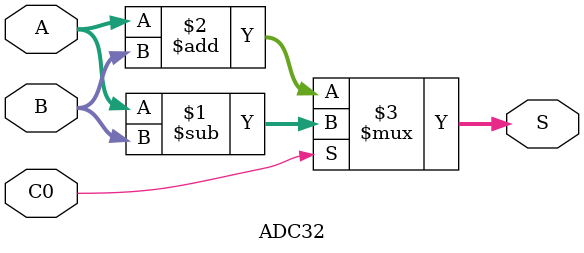
<source format=v>
`timescale 1ns / 1ps


module ADC32(input [31:0] A, 
		     input [31:0] B, 
		     input C0,		//C0=1¼õ·¨
		     output [32:0] S	//S[32]½øÎ»
		    );
    assign S = C0 ? A-B : A+B;
endmodule

</source>
